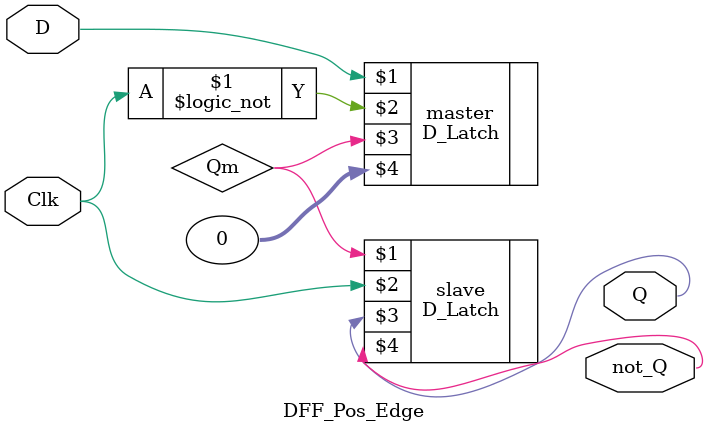
<source format=v>
`timescale 1ns / 1ps


module DFF_Pos_Edge(
    input D,
    input Clk,
    output Q,
    output not_Q
    );
    
    wire Qm;
    
    D_Latch master(D, !Clk, Qm, 0);
    D_Latch slave(Qm, Clk, Q, not_Q);
    
endmodule

</source>
